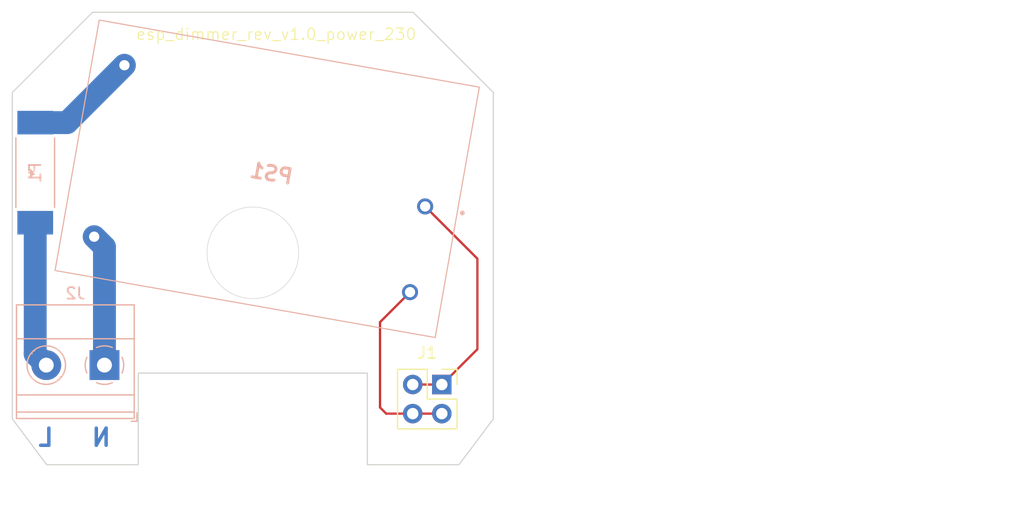
<source format=kicad_pcb>
(kicad_pcb (version 20240108) (generator "pcbnew") (generator_version "8.0")
  (layers (0 "F.Cu" signal) (31 "B.Cu" signal) (34 "B.Paste" user) (35 "F.Paste" user) (36 "B.SilkS" user "B.Silkscreen") (37 "F.SilkS" user "F.Silkscreen") (38 "B.Mask" user) (39 "F.Mask" user) (44 "Edge.Cuts" user))
  (net 0 "")
  (net 1 "Net-(J1-Pin_3)")
  (net 2 "Net-(J1-Pin_1)")
  (net 3 "/HV2")
  (net 4 "/HV3")
  (net 5 "/HV1")
  (footprint "Connector_PinSocket_2.54mm:PinSocket_2x02_P2.54mm_Vertical" (layer "F.Cu") (at 184 72.5)
    (property "Reference" "J1" (at -1.27 -2.77 0) (layer "F.SilkS"))
    (property "Value" "Socket_1")
    (fp_line (start -3.87 -1.33) (end -3.87 3.87) (stroke (width 0.12)) (layer "F.SilkS"))
    (fp_line (start -3.87 -1.33) (end -1.27 -1.33) (stroke (width 0.12)) (layer "F.SilkS"))
    (fp_line (start -3.87 3.87) (end 1.33 3.87) (stroke (width 0.12)) (layer "F.SilkS"))
    (fp_line (start -1.27 -1.33) (end -1.27 1.27) (stroke (width 0.12)) (layer "F.SilkS"))
    (fp_line (start -1.27 1.27) (end 1.33 1.27) (stroke (width 0.12)) (layer "F.SilkS"))
    (fp_line (start 0 -1.33) (end 1.33 -1.33) (stroke (width 0.12)) (layer "F.SilkS"))
    (fp_line (start 1.33 -1.33) (end 1.33 0) (stroke (width 0.12)) (layer "F.SilkS"))
    (fp_line (start 1.33 1.27) (end 1.33 3.87) (stroke (width 0.12)) (layer "F.SilkS"))
    (pad "1" thru_hole rect (at 0 0) (size 1.7 1.7) (drill 1) (layers "*.Cu" "*.Mask") (net 2 "Net-(J1-Pin_1)"))
    (pad "2" thru_hole oval (at -2.54 0) (size 1.7 1.7) (drill 1) (layers "*.Cu" "*.Mask") (net 2 "Net-(J1-Pin_1)"))
    (pad "3" thru_hole oval (at 0 2.54) (size 1.7 1.7) (drill 1) (layers "*.Cu" "*.Mask") (net 1 "Net-(J1-Pin_3)"))
    (pad "4" thru_hole oval (at -2.54 2.54) (size 1.7 1.7) (drill 1) (layers "*.Cu" "*.Mask") (net 1 "Net-(J1-Pin_3)"))
  )
  (footprint "TerminalBlock_Phoenix:TerminalBlock_Phoenix_MKDS-1,5-2-5.08_1x02_P5.08mm_Horizontal" (layer "B.Cu") (at 154.545 70.805 180)
    (property "Reference" "J2" (at 2.54 6.26 0) (layer "B.SilkS") (effects (justify mirror)))
    (property "Value" "250VAC IN" (hide yes))
    (fp_line (start 7.68 5.261) (end -2.6 5.261) (stroke (width 0.12)) (layer "B.SilkS"))
    (fp_line (start 7.68 2.301) (end -2.6 2.301) (stroke (width 0.12)) (layer "B.SilkS"))
    (fp_line (start 7.68 -2.6) (end -2.6 -2.6) (stroke (width 0.12)) (layer "B.SilkS"))
    (fp_line (start 7.68 -4.1) (end -2.6 -4.1) (stroke (width 0.12)) (layer "B.SilkS"))
    (fp_line (start 7.68 -4.66) (end 7.68 5.261) (stroke (width 0.12)) (layer "B.SilkS"))
    (fp_line (start 7.68 -4.66) (end -2.6 -4.66) (stroke (width 0.12)) (layer "B.SilkS"))
    (fp_line (start 6.308 1.023) (end 6.355 1.069) (stroke (width 0.12)) (layer "B.SilkS"))
    (fp_line (start 6.115 1.239) (end 6.15 1.275) (stroke (width 0.12)) (layer "B.SilkS"))
    (fp_line (start 4.011 -1.274) (end 4.046 -1.239) (stroke (width 0.12)) (layer "B.SilkS"))
    (fp_line (start 3.806 -1.069) (end 3.853 -1.023) (stroke (width 0.12)) (layer "B.SilkS"))
    (fp_line (start -2.34 -4.9) (end -2.84 -4.9) (stroke (width 0.12)) (layer "B.SilkS"))
    (fp_line (start -2.6 -4.66) (end -2.6 5.261) (stroke (width 0.12)) (layer "B.SilkS"))
    (fp_line (start -2.84 -4.9) (end -2.84 -4.16) (stroke (width 0.12)) (layer "B.SilkS"))
    (fp_arc (start 1.535 -0.684) (mid 1.6805 -0.000524) (end 1.535427 0.683042) (stroke (width 0.12)) (layer "B.SilkS"))
    (fp_arc (start 0.684 1.535) (mid 0.000524 1.680501) (end -0.683042 1.535427) (stroke (width 0.12)) (layer "B.SilkS"))
    (fp_arc (start 0 -1.68) (mid 0.349292 -1.643288) (end 0.683318 -1.534756) (stroke (width 0.12)) (layer "B.SilkS"))
    (fp_arc (start -0.684 -1.535) (mid -0.335551 -1.646659) (end 0.028805 -1.680253) (stroke (width 0.12)) (layer "B.SilkS"))
    (fp_arc (start -1.535 0.684) (mid -1.680501 0.000524) (end -1.535427 -0.683042) (stroke (width 0.12)) (layer "B.SilkS"))
    (fp_circle (center 5.08 0) (end 6.76 0) (stroke (width 0.12)) (fill none) (layer "B.SilkS"))
    (pad "1" thru_hole rect (at 0 0 180) (size 2.6 2.6) (drill 1.3) (layers "*.Cu" "*.Mask") (net 5 "/HV1"))
    (pad "2" thru_hole circle (at 5.08 0 180) (size 2.6 2.6) (drill 1.3) (layers "*.Cu" "*.Mask") (net 3 "/HV2"))
  )
  (footprint "jlc_misc:0443.500DR" (layer "B.Cu") (at 148.5 54 -90)
    (property "Reference" "F1" (at 0 0 90) (layer "B.SilkS") (effects (justify mirror)))
    (property "Value" "Fuse 230V 500mA Slow" (hide yes))
    (fp_line (start -3.03255 1.6891) (end 3.03255 1.6891) (stroke (width 0.12)) (layer "B.SilkS"))
    (fp_line (start 3.03255 -1.6891) (end -3.03255 -1.6891) (stroke (width 0.12)) (layer "B.SilkS"))
    (fp_text user "*" (at 0 0 90) (layer "B.SilkS") (effects (justify mirror)))
    (pad "1" smd rect (at -4.3688 0 270) (size 2.0574 3.1242) (layers "B.Cu" "B.Paste" "B.Mask") (net 4 "/HV3"))
    (pad "2" smd rect (at 4.3688 0 270) (size 2.0574 3.1242) (layers "B.Cu" "B.Paste" "B.Mask") (net 3 "/HV2"))
  )
  (footprint "power_bricks:IRM015" (layer "B.Cu") (at 182.545536 56.949181 170)
    (property "Reference" "PS1" (at 13.725 0.5 170) (layer "B.SilkS") (effects (font (size 1.27 1.27) (thickness 0.254)) (justify mirror)))
    (property "Value" "IRM-01-5" (hide yes))
    (fp_line (start 30.849999 -11.12) (end 30.85 11.080001) (stroke (width 0.1)) (layer "B.SilkS"))
    (fp_line (start 30.85 11.080001) (end -2.85 11.079999) (stroke (width 0.1)) (layer "B.SilkS"))
    (fp_line (start -2.85 -11.120002) (end 30.849999 -11.12) (stroke (width 0.1)) (layer "B.SilkS"))
    (fp_line (start -3.299999 -0.1) (end -3.299999 -0.1) (stroke (width 0.2)) (layer "B.SilkS"))
    (fp_line (start -3.300001 0.1) (end -3.300001 0.1) (stroke (width 0.2)) (layer "B.SilkS"))
    (fp_line (start -2.85 11.079999) (end -2.85 -11.120002) (stroke (width 0.1)) (layer "B.SilkS"))
    (fp_arc (start -3.299999 -0.1) (mid -3.2 0.000001) (end -3.300001 0.1) (stroke (width 0.2)) (layer "B.SilkS"))
    (fp_arc (start -3.300001 0.1) (mid -3.400006 -0.000001) (end -3.299999 -0.1) (stroke (width 0.2)) (layer "B.SilkS"))
    (pad "" np_thru_hole circle (at 6.5 -0.02 170) (size 4.5 4.5) (drill 4.5) (layers "*.Cu" "*.Mask"))
    (pad "" np_thru_hole circle (at 21.5 -0.02 170) (size 4.5 4.5) (drill 4.5) (layers "*.Cu" "*.Mask"))
    (pad "1" thru_hole circle (at 0 0 170) (size 1.4 1.4) (drill 0.9) (layers "*.Cu" "*.Mask") (net 2 "Net-(J1-Pin_1)"))
    (pad "2" thru_hole circle (at 0 -7.6 170) (size 1.4 1.4) (drill 0.9) (layers "*.Cu" "*.Mask") (net 1 "Net-(J1-Pin_3)"))
    (pad "3" thru_hole circle (at 28 -7.62 170) (size 1.4 1.4) (drill 0.9) (layers "*.Cu" "*.Mask") (net 5 "/HV1"))
    (pad "4" thru_hole circle (at 28 7.58 170) (size 1.4 1.4) (drill 0.9) (layers "*.Cu" "*.Mask") (net 4 "/HV3"))
  )
  (gr_circle (center 167.5 61) (end 171.5 61) (stroke (width 0.05)) (fill none) (layer "Edge.Cuts"))
  (gr_poly (pts (xy 188.5 47) (xy 188.5 75.5) (xy 185.5 79.5) (xy 177.5 79.5) (xy 177.5 71.5) (xy 157.5 71.5) (xy 157.5 79.5) (xy 149.5 79.5) (xy 146.5 75.5) (xy 146.5 56) (xy 146.5 52) (xy 146.5 47) (xy 153.5 40) (xy 181.5 40)) (stroke (width 0.1)) (fill none) (layer "Edge.Cuts"))
  (gr_text "N" (at 155.245114 78 0) (layer "B.Cu") (effects (font (size 1.5 1.5) (thickness 0.3) (bold yes)) (justify left bottom mirror)))
  (gr_text "L" (at 150.245114 78 0) (layer "B.Cu") (effects (font (size 1.5 1.5) (thickness 0.3) (bold yes)) (justify left bottom mirror)))
  (gr_text "esp_dimmer_rev_v1.0_power_230" (at 157.245114 42.5 0) (layer "F.SilkS") (effects (font (size 1 1) (thickness 0.1)) (justify left bottom)))
  (segment (start 178.605662 74.5) (end 179.145662 75.04) (width 0.2) (layer "F.Cu") (net 1))
  (segment (start 179.145662 75.04) (end 181.46 75.04) (width 0.2) (layer "F.Cu") (net 1))
  (segment (start 181.46 75.04) (end 184 75.04) (width 0.2) (layer "F.Cu") (net 1))
  (segment (start 181.22581 64.43372) (end 178.605662 67.053868) (width 0.2) (layer "F.Cu") (net 1))
  (segment (start 178.605662 67.053868) (end 178.605662 74.5) (width 0.2) (layer "F.Cu") (net 1))
  (segment (start 184 72.5) (end 181.46 72.5) (width 0.2) (layer "F.Cu") (net 2))
  (segment (start 184.145662 71.96) (end 183.79 71.96) (width 0.2) (layer "F.Cu") (net 2))
  (segment (start 187.105662 61.509307) (end 187.105662 69.417473) (width 0.2) (layer "F.Cu") (net 2))
  (segment (start 182.545536 56.949181) (end 187.105662 61.509307) (width 0.2) (layer "F.Cu") (net 2))
  (segment (start 187.105662 69.417473) (end 184.023135 72.5) (width 0.2) (layer "F.Cu") (net 2))
  (segment (start 184.023135 72.5) (end 184 72.5) (width 0.2) (layer "F.Cu") (net 2))
  (segment (start 148.5 58.3688) (end 148.5 69.84) (width 2) (layer "B.Cu") (net 3))
  (segment (start 148.5 69.84) (end 149.465 70.805) (width 2) (layer "B.Cu") (net 3))
  (segment (start 156.287172 44.622189) (end 151.278161 49.6312) (width 2) (layer "B.Cu") (net 4))
  (segment (start 151.278161 49.6312) (end 148.5 49.6312) (width 2) (layer "B.Cu") (net 4))
  (segment (start 154.545 70.805) (end 154.545 60.488547) (width 2) (layer "B.Cu") (net 5))
  (segment (start 154.545 60.488547) (end 153.64772 59.591267) (width 2) (layer "B.Cu") (net 5))
)
</source>
